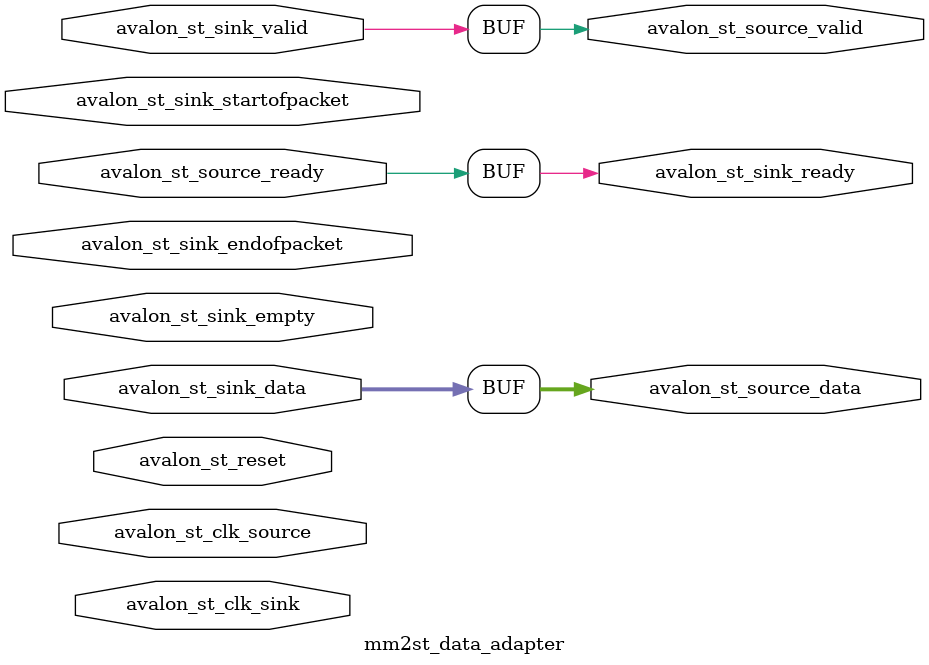
<source format=sv>

module mm2st_data_adapter
(
  input  wire        avalon_st_reset,              //      avalon_st_reset.reset
  input  wire        avalon_st_clk_sink,           //   avalon_st_clk_sink.clk
  input  wire [15:0] avalon_st_sink_data,          //       avalon_st_sink.data
  input  wire        avalon_st_sink_valid,         //                     .valid
  input  wire        avalon_st_sink_empty,         //                     .empty
  input  wire        avalon_st_sink_startofpacket, //                     .startofpacket
  input  wire        avalon_st_sink_endofpacket,   //                     .endofpacket
  output wire        avalon_st_sink_ready,         //                     .ready
  input  wire        avalon_st_clk_source,         // avalon_st_clk_source.clk
  output wire [15:0] avalon_st_source_data,        //     avalon_st_source.data
  output wire        avalon_st_source_valid,       //                     .valid
  input  wire        avalon_st_source_ready        //                     .ready
);

assign avalon_st_sink_ready   = avalon_st_source_ready;
assign avalon_st_source_data  = avalon_st_sink_data;
assign avalon_st_source_valid = avalon_st_sink_valid;

endmodule

</source>
